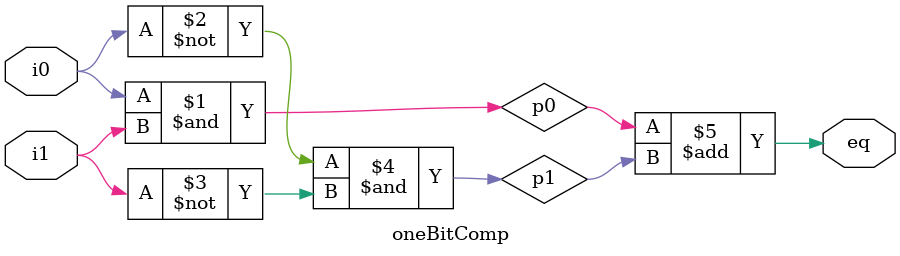
<source format=sv>
`timescale 1ns / 1ps


module oneBitComp(
    input logic i0,
    input logic i1,
    output logic eq
);
    // Code Here...
    logic p0;
    logic p1;
    assign p0 = i0 & i1; // Product 1
    assign p1 = ~i0 & ~i1; // Product 2
    assign eq = p0 + p1; //Sum of products comparator
    
endmodule

</source>
